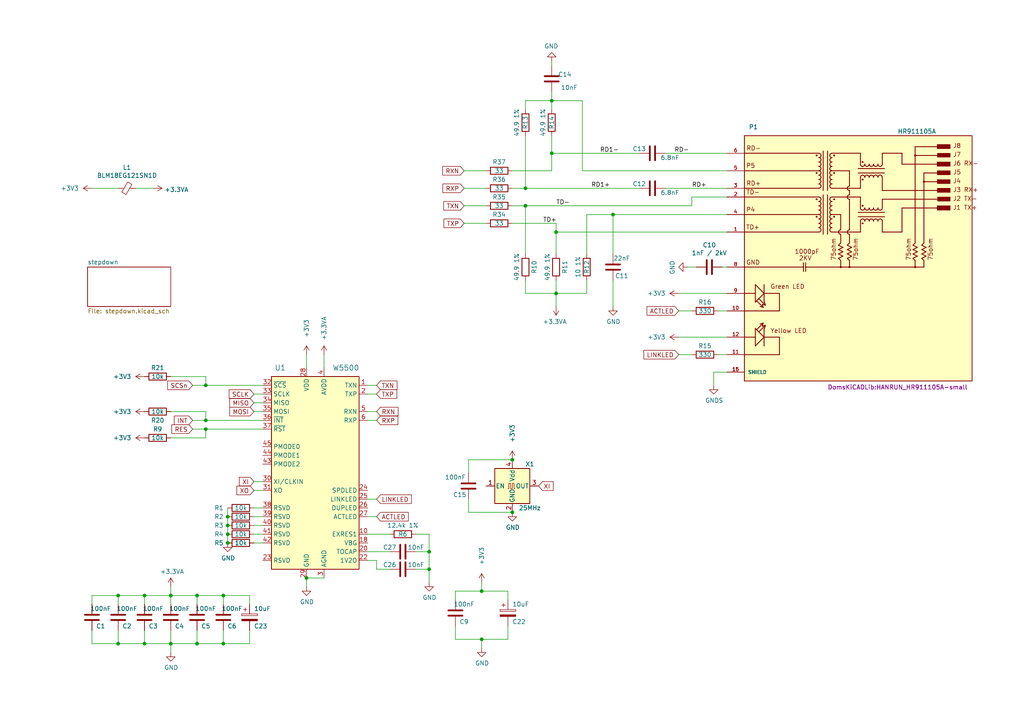
<source format=kicad_sch>
(kicad_sch (version 20231120) (generator "eeschema") (generator_version "8.0")
  (paper "A4")
  (title_block (title "REG1-IpController2040") (date "2023-11-13") (rev "V01.00") (company "OpenKNX") (comment 1 "by Ing-Dom <dom@ing-dom.de>") (comment 2 "OpenKNX Open Hardware under CC BY-NC-SA 4.0") (comment 3 "REG1-Controller with Ethernet connectivity") (comment 4 "https://OpenKNX.de"))
  (lib_symbols
    (symbol "Device:C" (pin_numbers hide) (pin_names (offset 0.254))
      (property "Reference" "C" (at 0.635 2.54 0))
      (property "Value" "C" (at 0.635 -2.54 0))
      (symbol "C_1_1"
        (pin passive line (at 0 3.81 270) (length 2.794) (name "~") (number "1"))
        (pin passive line (at 0 -3.81 90) (length 2.794) (name "~") (number "2"))
      )
    )
    (symbol "Device:C_Polarized" (pin_numbers hide) (pin_names (offset 0.254))
      (property "Reference" "C" (at 0.635 2.54 0))
      (property "Value" "C_Polarized" (at 0.635 -2.54 0))
      (symbol "C_Polarized_1_1"
        (pin passive line (at 0 3.81 270) (length 2.794) (name "~") (number "1"))
        (pin passive line (at 0 -3.81 90) (length 2.794) (name "~") (number "2"))
      )
    )
    (symbol "Device:FerriteBead_Small" (pin_numbers hide) (pin_names (offset 0))
      (property "Reference" "FB" (at 1.905 1.27 0))
      (property "Value" "FerriteBead_Small" (at 1.905 -1.27 0))
      (symbol "FerriteBead_Small_1_1"
        (pin passive line (at 0 2.54 270) (length 1.27) (name "~") (number "1"))
        (pin passive line (at 0 -2.54 90) (length 1.27) (name "~") (number "2"))
      )
    )
    (symbol "Device:R" (pin_numbers hide) (pin_names (offset 0))
      (property "Reference" "R" (at 2.032 0 90))
      (property "Value" "R" (at 0 0 90))
      (symbol "R_1_1"
        (pin passive line (at 0 3.81 270) (length 1.27) (name "~") (number "1"))
        (pin passive line (at 0 -3.81 90) (length 1.27) (name "~") (number "2"))
      )
    )
    (symbol "DomsKiCADLib:HR911105A" (pin_names (offset 1.016))
      (property "Reference" "J" (at -33.1724 36.2458 0))
      (property "Value" "HR911105A" (at -33.1216 -38.227 0))
      (symbol "HR911105A_0_0"
        (text "1000pF" (at -18.4912 1.2446 0) (effects (font (size 1.27 1.27)) (justify left bottom)))
        (text "2KV" (at -17.2212 -0.6604 0) (effects (font (size 1.27 1.27)) (justify left bottom)))
        (text "75ohm" (at -6.4008 -0.6604 900) (effects (font (size 1.27 1.27)) (justify left bottom)))
        (text "75ohm" (at 0 -0.6604 900) (effects (font (size 1.27 1.27)) (justify left bottom)))
        (text "75ohm" (at 15.3416 -0.6604 900) (effects (font (size 1.27 1.27)) (justify left bottom)))
        (text "75ohm" (at 21.6916 -0.6604 900) (effects (font (size 1.27 1.27)) (justify left bottom)))
        (text "GND" (at -32.5374 -1.905 0) (effects (font (size 1.27 1.27)) (justify left bottom)))
        (text "Green LED" (at -25.5016 -8.9154 0) (effects (font (size 1.27 1.27)) (justify left bottom)))
        (text "J1 TX+" (at 27.432 13.9954 0) (effects (font (size 1.27 1.27)) (justify left bottom)))
        (text "J2 TX-" (at 27.4574 16.5862 0) (effects (font (size 1.27 1.27)) (justify left bottom)))
        (text "J3 RX+" (at 27.4574 19.1516 0) (effects (font (size 1.27 1.27)) (justify left bottom)))
        (text "J4" (at 27.4574 21.717 0) (effects (font (size 1.27 1.27)) (justify left bottom)))
        (text "J5" (at 27.4828 24.257 0) (effects (font (size 1.27 1.27)) (justify left bottom)))
        (text "J6 RX-" (at 27.4574 26.8224 0) (effects (font (size 1.27 1.27)) (justify left bottom)))
        (text "J7" (at 27.4574 29.3624 0) (effects (font (size 1.27 1.27)) (justify left bottom)))
        (text "J8" (at 27.4574 31.9278 0) (effects (font (size 1.27 1.27)) (justify left bottom)))
        (text "P4" (at -32.5374 13.4112 0) (effects (font (size 1.27 1.27)) (justify left bottom)))
        (text "P5" (at -32.5374 26.162 0) (effects (font (size 1.27 1.27)) (justify left bottom)))
        (text "RD+" (at -32.4866 21.0312 0) (effects (font (size 1.27 1.27)) (justify left bottom)))
        (text "RD-" (at -32.4866 31.2166 0) (effects (font (size 1.27 1.27)) (justify left bottom)))
        (text "TD+" (at -32.5628 8.3058 0) (effects (font (size 1.27 1.27)) (justify left bottom)))
        (text "TD-" (at -32.512 18.4912 0) (effects (font (size 1.27 1.27)) (justify left bottom)))
        (text "Yellow LED" (at -25.527 -21.717 0) (effects (font (size 1.27 1.27)) (justify left bottom)))
        (pin passive line (at -38.1 7.62 0) (length 5.08) (name "~") (number "1"))
        (pin passive line (at -38.1 -15.24 0) (length 5.08) (name "~") (number "10"))
        (pin passive line (at -38.1 -27.94 0) (length 5.08) (name "~") (number "11"))
        (pin passive line (at -38.1 -22.86 0) (length 5.08) (name "~") (number "12"))
        (pin passive line (at -38.1 -33.02 0) (length 5.08) (name "SHIELD") (number "15"))
        (pin passive line (at -38.1 -33.02 0) (length 5.08) (name "SHIELD") (number "16"))
        (pin passive line (at -38.1 17.78 0) (length 5.08) (name "~") (number "2"))
        (pin passive line (at -38.1 20.32 0) (length 5.08) (name "~") (number "3"))
        (pin passive line (at -38.1 12.7 0) (length 5.08) (name "~") (number "4"))
        (pin passive line (at -38.1 25.4 0) (length 5.08) (name "~") (number "5"))
        (pin passive line (at -38.1 30.48 0) (length 5.08) (name "~") (number "6"))
        (pin power_in line (at -38.1 -2.54 0) (length 5.08) (name "~") (number "8"))
        (pin passive line (at -38.1 -10.16 0) (length 5.08) (name "~") (number "9"))
      )
    )
    (symbol "Interface_Ethernet:W5500"
      (property "Reference" "U" (at -11.43 29.21 0))
      (property "Value" "W5500" (at 8.89 29.21 0))
      (symbol "W5500_1_1"
        (pin output line (at 15.24 25.4 180) (length 2.54) (name "TXN") (number "1"))
        (pin passive line (at 15.24 -17.78 180) (length 2.54) (name "EXRES1") (number "10"))
        (pin passive line (at 2.54 30.48 270) (length 2.54) hide (name "AVDD") (number "11"))
        (pin no_connect line (at 12.7 7.62 180) (length 2.54) hide (name "NC") (number "12"))
        (pin no_connect line (at 12.7 5.08 180) (length 2.54) hide (name "NC") (number "13"))
        (pin passive line (at 2.54 -30.48 90) (length 2.54) hide (name "AGND") (number "14"))
        (pin passive line (at 2.54 30.48 270) (length 2.54) hide (name "AVDD") (number "15"))
        (pin passive line (at 2.54 -30.48 90) (length 2.54) hide (name "AGND") (number "16"))
        (pin passive line (at 2.54 30.48 270) (length 2.54) hide (name "AVDD") (number "17"))
        (pin passive line (at 15.24 -20.32 180) (length 2.54) (name "VBG") (number "18"))
        (pin passive line (at 2.54 -30.48 90) (length 2.54) hide (name "AGND") (number "19"))
        (pin output line (at 15.24 22.86 180) (length 2.54) (name "TXP") (number "2"))
        (pin passive line (at 15.24 -22.86 180) (length 2.54) (name "TOCAP") (number "20"))
        (pin passive line (at 2.54 30.48 270) (length 2.54) hide (name "AVDD") (number "21"))
        (pin output line (at 15.24 -25.4 180) (length 2.54) (name "1V2O") (number "22"))
        (pin input line (at -15.24 -25.4 0) (length 2.54) (name "RSVD") (number "23"))
        (pin output line (at 15.24 -5.08 180) (length 2.54) (name "SPDLED") (number "24"))
        (pin output line (at 15.24 -7.62 180) (length 2.54) (name "LINKLED") (number "25"))
        (pin output line (at 15.24 -10.16 180) (length 2.54) (name "DUPLED") (number "26"))
        (pin output line (at 15.24 -12.7 180) (length 2.54) (name "ACTLED") (number "27"))
        (pin power_in line (at -2.54 30.48 270) (length 2.54) (name "VDD") (number "28"))
        (pin power_in line (at -2.54 -30.48 90) (length 2.54) (name "GND") (number "29"))
        (pin power_in line (at 2.54 -30.48 90) (length 2.54) (name "AGND") (number "3"))
        (pin input line (at -15.24 -2.54 0) (length 2.54) (name "XI/CLKIN") (number "30"))
        (pin output line (at -15.24 -5.08 0) (length 2.54) (name "XO") (number "31"))
        (pin input line (at -15.24 25.4 0) (length 2.54) (name "~{SCS}") (number "32"))
        (pin input line (at -15.24 22.86 0) (length 2.54) (name "SCLK") (number "33"))
        (pin output line (at -15.24 20.32 0) (length 2.54) (name "MISO") (number "34"))
        (pin input line (at -15.24 17.78 0) (length 2.54) (name "MOSI") (number "35"))
        (pin input line (at -15.24 15.24 0) (length 2.54) (name "~{INT}") (number "36"))
        (pin input line (at -15.24 12.7 0) (length 2.54) (name "~{RST}") (number "37"))
        (pin input line (at -15.24 -10.16 0) (length 2.54) (name "RSVD") (number "38"))
        (pin input line (at -15.24 -12.7 0) (length 2.54) (name "RSVD") (number "39"))
        (pin power_in line (at 2.54 30.48 270) (length 2.54) (name "AVDD") (number "4"))
        (pin input line (at -15.24 -15.24 0) (length 2.54) (name "RSVD") (number "40"))
        (pin input line (at -15.24 -17.78 0) (length 2.54) (name "RSVD") (number "41"))
        (pin input line (at -15.24 -20.32 0) (length 2.54) (name "RSVD") (number "42"))
        (pin input line (at -15.24 2.54 0) (length 2.54) (name "PMODE2") (number "43"))
        (pin input line (at -15.24 5.08 0) (length 2.54) (name "PMODE1") (number "44"))
        (pin input line (at -15.24 7.62 0) (length 2.54) (name "PMODE0") (number "45"))
        (pin no_connect line (at 12.7 2.54 180) (length 2.54) hide (name "NC") (number "46"))
        (pin no_connect line (at 12.7 0 180) (length 2.54) hide (name "NC") (number "47"))
        (pin passive line (at 2.54 -30.48 90) (length 2.54) hide (name "AGND") (number "48"))
        (pin input line (at 15.24 17.78 180) (length 2.54) (name "RXN") (number "5"))
        (pin input line (at 15.24 15.24 180) (length 2.54) (name "RXP") (number "6"))
        (pin no_connect line (at 12.7 10.16 180) (length 2.54) hide (name "DNC") (number "7"))
        (pin passive line (at 2.54 30.48 270) (length 2.54) hide (name "AVDD") (number "8"))
        (pin passive line (at 2.54 -30.48 90) (length 2.54) hide (name "AGND") (number "9"))
      )
    )
    (symbol "Oscillator:TXC-7C" (pin_names (offset 0.254))
      (property "Reference" "X" (at -5.08 6.35 0))
      (property "Value" "TXC-7C" (at 1.27 -6.35 0))
      (symbol "TXC-7C_1_1"
        (pin input line (at -7.62 0 0) (length 2.54) (name "EN") (number "1"))
        (pin power_in line (at 0 -7.62 90) (length 2.54) (name "GND") (number "2"))
        (pin output line (at 7.62 0 180) (length 2.54) (name "OUT") (number "3"))
        (pin power_in line (at 0 7.62 270) (length 2.54) (name "Vdd") (number "4"))
      )
    )
    (symbol "power:+3.3VA" (power) (pin_names (offset 0))
      (property "Value" "+3.3VA" (at 0 3.556 0))
      (symbol "+3.3VA_1_1"
        (pin power_in line (at 0 0 90) (length 0) hide (name "+3.3VA") (number "1"))
      )
    )
    (symbol "power:+3V3" (power) (pin_names (offset 0))
      (property "Value" "+3V3" (at 0 3.556 0))
      (symbol "+3V3_1_1"
        (pin power_in line (at 0 0 90) (length 0) hide (name "+3V3") (number "1"))
      )
    )
    (symbol "power:GND" (power) (pin_names (offset 0))
      (property "Value" "GND" (at 0 -3.81 0))
      (symbol "GND_1_1"
        (pin power_in line (at 0 0 270) (length 0) hide (name "GND") (number "1"))
      )
    )
    (symbol "power:GNDS" (power) (pin_names (offset 0))
      (property "Value" "GNDS" (at 0 -3.81 0))
      (symbol "GNDS_1_1"
        (pin power_in line (at 0 0 270) (length 0) hide (name "GNDS") (number "1"))
      )
    )
  )
  (junction (at 148.59 133.35))
  (junction (at 161.29 67.31))
  (junction (at 57.15 186.69))
  (junction (at 139.7 171.45))
  (junction (at 177.8 62.23))
  (junction (at 34.29 186.69))
  (junction (at 64.77 186.69))
  (junction (at 124.46 165.1))
  (junction (at 34.29 172.72))
  (junction (at 49.53 186.69))
  (junction (at 152.4 59.69))
  (junction (at 161.29 85.09))
  (junction (at 88.9 167.64))
  (junction (at 148.59 148.59))
  (junction (at 57.15 172.72))
  (junction (at 66.04 154.94))
  (junction (at 59.69 124.46))
  (junction (at 139.7 185.42))
  (junction (at 41.91 186.69))
  (junction (at 66.04 149.86))
  (junction (at 64.77 172.72))
  (junction (at 152.4 54.61))
  (junction (at 160.02 44.45))
  (junction (at 160.02 29.21))
  (junction (at 59.69 121.92))
  (junction (at 59.69 111.76))
  (junction (at 124.46 160.02))
  (junction (at 41.91 172.72))
  (junction (at 49.53 172.72))
  (junction (at 66.04 152.4))
  (junction (at 66.04 157.48))
  (wire (pts (xy 140.97 49.53) (xy 134.62 49.53)))
  (wire (pts (xy 148.59 54.61) (xy 152.4 54.61)))
  (wire (pts (xy 49.53 109.22) (xy 59.69 109.22)))
  (wire (pts (xy 55.88 111.76) (xy 59.69 111.76)))
  (wire (pts (xy 64.77 175.26) (xy 64.77 172.72)))
  (wire (pts (xy 64.77 186.69) (xy 72.39 186.69)))
  (wire (pts (xy 148.59 133.35) (xy 135.89 133.35)))
  (wire (pts (xy 161.29 67.31) (xy 161.29 73.66)))
  (wire (pts (xy 124.46 160.02) (xy 120.65 160.02)))
  (wire (pts (xy 210.82 77.47) (xy 209.55 77.47)))
  (wire (pts (xy 185.42 44.45) (xy 160.02 44.45)))
  (wire (pts (xy 160.02 39.37) (xy 160.02 44.45)))
  (wire (pts (xy 139.7 171.45) (xy 132.08 171.45)))
  (wire (pts (xy 139.7 185.42) (xy 139.7 187.96)))
  (wire (pts (xy 59.69 119.38) (xy 49.53 119.38)))
  (wire (pts (xy 106.68 144.78) (xy 109.22 144.78)))
  (wire (pts (xy 106.68 154.94) (xy 113.03 154.94)))
  (wire (pts (xy 147.32 185.42) (xy 147.32 181.61)))
  (wire (pts (xy 59.69 121.92) (xy 59.69 119.38)))
  (wire (pts (xy 161.29 64.77) (xy 161.29 67.31)))
  (wire (pts (xy 120.65 154.94) (xy 124.46 154.94)))
  (wire (pts (xy 210.82 90.17) (xy 208.28 90.17)))
  (wire (pts (xy 161.29 85.09) (xy 161.29 81.28)))
  (wire (pts (xy 170.18 85.09) (xy 161.29 85.09)))
  (wire (pts (xy 106.68 114.3) (xy 109.22 114.3)))
  (wire (pts (xy 124.46 165.1) (xy 124.46 168.91)))
  (wire (pts (xy 34.29 172.72) (xy 41.91 172.72)))
  (wire (pts (xy 132.08 171.45) (xy 132.08 173.99)))
  (wire (pts (xy 72.39 186.69) (xy 72.39 182.88)))
  (wire (pts (xy 73.66 152.4) (xy 76.2 152.4)))
  (wire (pts (xy 66.04 147.32) (xy 66.04 149.86)))
  (wire (pts (xy 73.66 139.7) (xy 76.2 139.7)))
  (wire (pts (xy 106.68 149.86) (xy 109.22 149.86)))
  (wire (pts (xy 57.15 172.72) (xy 64.77 172.72)))
  (wire (pts (xy 109.22 162.56) (xy 109.22 165.1)))
  (wire (pts (xy 124.46 160.02) (xy 124.46 165.1)))
  (wire (pts (xy 66.04 149.86) (xy 66.04 152.4)))
  (wire (pts (xy 135.89 148.59) (xy 148.59 148.59)))
  (wire (pts (xy 207.01 107.95) (xy 207.01 111.76)))
  (wire (pts (xy 88.9 102.87) (xy 88.9 106.68)))
  (wire (pts (xy 152.4 59.69) (xy 200.66 59.69)))
  (wire (pts (xy 135.89 144.78) (xy 135.89 148.59)))
  (wire (pts (xy 160.02 26.67) (xy 160.02 29.21)))
  (wire (pts (xy 139.7 171.45) (xy 147.32 171.45)))
  (wire (pts (xy 34.29 186.69) (xy 41.91 186.69)))
  (wire (pts (xy 160.02 29.21) (xy 160.02 31.75)))
  (wire (pts (xy 59.69 124.46) (xy 76.2 124.46)))
  (wire (pts (xy 73.66 154.94) (xy 76.2 154.94)))
  (wire (pts (xy 152.4 81.28) (xy 152.4 85.09)))
  (wire (pts (xy 73.66 116.84) (xy 76.2 116.84)))
  (wire (pts (xy 170.18 81.28) (xy 170.18 85.09)))
  (wire (pts (xy 160.02 17.78) (xy 160.02 19.05)))
  (wire (pts (xy 49.53 186.69) (xy 49.53 189.23)))
  (wire (pts (xy 73.66 142.24) (xy 76.2 142.24)))
  (wire (pts (xy 66.04 152.4) (xy 66.04 154.94)))
  (wire (pts (xy 152.4 85.09) (xy 161.29 85.09)))
  (wire (pts (xy 201.93 77.47) (xy 199.39 77.47)))
  (wire (pts (xy 134.62 54.61) (xy 140.97 54.61)))
  (wire (pts (xy 64.77 172.72) (xy 72.39 172.72)))
  (wire (pts (xy 124.46 165.1) (xy 120.65 165.1)))
  (wire (pts (xy 49.53 175.26) (xy 49.53 172.72)))
  (wire (pts (xy 26.67 175.26) (xy 26.67 172.72)))
  (wire (pts (xy 34.29 175.26) (xy 34.29 172.72)))
  (wire (pts (xy 200.66 59.69) (xy 200.66 57.15)))
  (wire (pts (xy 49.53 127) (xy 59.69 127)))
  (wire (pts (xy 39.37 54.61) (xy 44.45 54.61)))
  (wire (pts (xy 41.91 172.72) (xy 41.91 175.26)))
  (wire (pts (xy 59.69 109.22) (xy 59.69 111.76)))
  (wire (pts (xy 57.15 182.88) (xy 57.15 186.69)))
  (wire (pts (xy 59.69 121.92) (xy 76.2 121.92)))
  (wire (pts (xy 124.46 154.94) (xy 124.46 160.02)))
  (wire (pts (xy 148.59 49.53) (xy 160.02 49.53)))
  (wire (pts (xy 57.15 172.72) (xy 57.15 175.26)))
  (wire (pts (xy 93.98 102.87) (xy 93.98 106.68)))
  (wire (pts (xy 55.88 124.46) (xy 59.69 124.46)))
  (wire (pts (xy 139.7 185.42) (xy 147.32 185.42)))
  (wire (pts (xy 73.66 119.38) (xy 76.2 119.38)))
  (wire (pts (xy 34.29 182.88) (xy 34.29 186.69)))
  (wire (pts (xy 210.82 44.45) (xy 193.04 44.45)))
  (wire (pts (xy 135.89 133.35) (xy 135.89 137.16)))
  (wire (pts (xy 196.85 97.79) (xy 210.82 97.79)))
  (wire (pts (xy 152.4 29.21) (xy 160.02 29.21)))
  (wire (pts (xy 73.66 149.86) (xy 76.2 149.86)))
  (wire (pts (xy 210.82 67.31) (xy 161.29 67.31)))
  (wire (pts (xy 139.7 168.91) (xy 139.7 171.45)))
  (wire (pts (xy 152.4 31.75) (xy 152.4 29.21)))
  (wire (pts (xy 106.68 119.38) (xy 109.22 119.38)))
  (wire (pts (xy 170.18 62.23) (xy 170.18 73.66)))
  (wire (pts (xy 210.82 54.61) (xy 193.04 54.61)))
  (wire (pts (xy 106.68 160.02) (xy 113.03 160.02)))
  (wire (pts (xy 177.8 62.23) (xy 170.18 62.23)))
  (wire (pts (xy 210.82 62.23) (xy 177.8 62.23)))
  (wire (pts (xy 106.68 162.56) (xy 109.22 162.56)))
  (wire (pts (xy 26.67 182.88) (xy 26.67 186.69)))
  (wire (pts (xy 210.82 49.53) (xy 168.91 49.53)))
  (wire (pts (xy 109.22 165.1) (xy 113.03 165.1)))
  (wire (pts (xy 134.62 64.77) (xy 140.97 64.77)))
  (wire (pts (xy 200.66 57.15) (xy 210.82 57.15)))
  (wire (pts (xy 49.53 172.72) (xy 57.15 172.72)))
  (wire (pts (xy 88.9 167.64) (xy 93.98 167.64)))
  (wire (pts (xy 49.53 186.69) (xy 57.15 186.69)))
  (wire (pts (xy 147.32 171.45) (xy 147.32 173.99)))
  (wire (pts (xy 59.69 127) (xy 59.69 124.46)))
  (wire (pts (xy 106.68 111.76) (xy 109.22 111.76)))
  (wire (pts (xy 64.77 182.88) (xy 64.77 186.69)))
  (wire (pts (xy 106.68 121.92) (xy 109.22 121.92)))
  (wire (pts (xy 161.29 85.09) (xy 161.29 88.9)))
  (wire (pts (xy 140.97 59.69) (xy 134.62 59.69)))
  (wire (pts (xy 196.85 85.09) (xy 210.82 85.09)))
  (wire (pts (xy 152.4 54.61) (xy 185.42 54.61)))
  (wire (pts (xy 148.59 64.77) (xy 161.29 64.77)))
  (wire (pts (xy 200.66 90.17) (xy 196.85 90.17)))
  (wire (pts (xy 26.67 172.72) (xy 34.29 172.72)))
  (wire (pts (xy 210.82 102.87) (xy 208.28 102.87)))
  (wire (pts (xy 49.53 182.88) (xy 49.53 186.69)))
  (wire (pts (xy 72.39 172.72) (xy 72.39 175.26)))
  (wire (pts (xy 73.66 114.3) (xy 76.2 114.3)))
  (wire (pts (xy 88.9 167.64) (xy 88.9 170.18)))
  (wire (pts (xy 160.02 44.45) (xy 160.02 49.53)))
  (wire (pts (xy 168.91 49.53) (xy 168.91 29.21)))
  (wire (pts (xy 73.66 147.32) (xy 76.2 147.32)))
  (wire (pts (xy 49.53 170.18) (xy 49.53 172.72)))
  (wire (pts (xy 73.66 157.48) (xy 76.2 157.48)))
  (wire (pts (xy 132.08 185.42) (xy 139.7 185.42)))
  (wire (pts (xy 26.67 186.69) (xy 34.29 186.69)))
  (wire (pts (xy 41.91 182.88) (xy 41.91 186.69)))
  (wire (pts (xy 168.91 29.21) (xy 160.02 29.21)))
  (wire (pts (xy 34.29 54.61) (xy 26.67 54.61)))
  (wire (pts (xy 132.08 181.61) (xy 132.08 185.42)))
  (wire (pts (xy 57.15 186.69) (xy 64.77 186.69)))
  (wire (pts (xy 41.91 172.72) (xy 49.53 172.72)))
  (wire (pts (xy 210.82 107.95) (xy 207.01 107.95)))
  (wire (pts (xy 152.4 39.37) (xy 152.4 54.61)))
  (wire (pts (xy 41.91 186.69) (xy 49.53 186.69)))
  (wire (pts (xy 177.8 81.28) (xy 177.8 88.9)))
  (wire (pts (xy 55.88 121.92) (xy 59.69 121.92)))
  (wire (pts (xy 66.04 154.94) (xy 66.04 157.48)))
  (wire (pts (xy 177.8 62.23) (xy 177.8 73.66)))
  (wire (pts (xy 148.59 59.69) (xy 152.4 59.69)))
  (wire (pts (xy 152.4 73.66) (xy 152.4 59.69)))
  (wire (pts (xy 59.69 111.76) (xy 76.2 111.76)))
  (wire (pts (xy 200.66 102.87) (xy 196.85 102.87)))
  (label "TD-" (at 161.29 59.69 0))
  (label "RD-" (at 195.58 44.45 0))
  (label "RD+" (at 200.66 54.61 0))
  (label "RD1-" (at 173.99 44.45 0))
  (label "TD+" (at 157.48 64.77 0))
  (label "RD1+" (at 171.45 54.61 0))
  (global_label "RXP" (shape input) (at 109.22 121.92 0) (property "Intersheetrefs" "${INTERSHEET_REFS}" (effects (hide yes))))
  (global_label "INT" (shape input) (at 55.88 121.92 180) (property "Intersheetrefs" "${INTERSHEET_REFS}" (effects (hide yes))))
  (global_label "LINKLED" (shape input) (at 196.85 102.87 180) (property "Intersheetrefs" "${INTERSHEET_REFS}" (effects (hide yes))))
  (global_label "LINKLED" (shape input) (at 109.22 144.78 0) (property "Intersheetrefs" "${INTERSHEET_REFS}" (effects (hide yes))))
  (global_label "XO" (shape input) (at 73.66 142.24 180) (property "Intersheetrefs" "${INTERSHEET_REFS}" (effects (hide yes))))
  (global_label "RXP" (shape input) (at 134.62 54.61 180) (property "Intersheetrefs" "${INTERSHEET_REFS}" (effects (hide yes))))
  (global_label "XI" (shape input) (at 156.21 140.97 0) (property "Intersheetrefs" "${INTERSHEET_REFS}" (effects (hide yes))))
  (global_label "RES" (shape input) (at 55.88 124.46 180) (property "Intersheetrefs" "${INTERSHEET_REFS}" (effects (hide yes))))
  (global_label "ACTLED" (shape input) (at 196.85 90.17 180) (property "Intersheetrefs" "${INTERSHEET_REFS}" (effects (hide yes))))
  (global_label "SCLK" (shape input) (at 73.66 114.3 180) (property "Intersheetrefs" "${INTERSHEET_REFS}" (effects (hide yes))))
  (global_label "RXN" (shape input) (at 109.22 119.38 0) (property "Intersheetrefs" "${INTERSHEET_REFS}" (effects (hide yes))))
  (global_label "SCSn" (shape input) (at 55.88 111.76 180) (property "Intersheetrefs" "${INTERSHEET_REFS}" (effects (hide yes))))
  (global_label "XI" (shape input) (at 73.66 139.7 180) (property "Intersheetrefs" "${INTERSHEET_REFS}" (effects (hide yes))))
  (global_label "TXP" (shape input) (at 134.62 64.77 180) (property "Intersheetrefs" "${INTERSHEET_REFS}" (effects (hide yes))))
  (global_label "TXN" (shape input) (at 109.22 111.76 0) (property "Intersheetrefs" "${INTERSHEET_REFS}" (effects (hide yes))))
  (global_label "MOSI" (shape input) (at 73.66 119.38 180) (property "Intersheetrefs" "${INTERSHEET_REFS}" (effects (hide yes))))
  (global_label "ACTLED" (shape input) (at 109.22 149.86 0) (property "Intersheetrefs" "${INTERSHEET_REFS}" (effects (hide yes))))
  (global_label "RXN" (shape input) (at 134.62 49.53 180) (property "Intersheetrefs" "${INTERSHEET_REFS}" (effects (hide yes))))
  (global_label "MISO" (shape input) (at 73.66 116.84 180) (property "Intersheetrefs" "${INTERSHEET_REFS}" (effects (hide yes))))
  (global_label "TXP" (shape input) (at 109.22 114.3 0) (property "Intersheetrefs" "${INTERSHEET_REFS}" (effects (hide yes))))
  (global_label "TXN" (shape input) (at 134.62 59.69 180) (property "Intersheetrefs" "${INTERSHEET_REFS}" (effects (hide yes))))
  (symbol (lib_id "DomsKiCADLib:HR911105A") (at 248.92 74.93 0) (unit 1)
    (property "Reference" "P1" (at 217.17 36.83 0) (effects (justify left)))
    (property "Value" "HR911105A" (at 260.35 38.1 0) (effects (justify left)))
    (property "Footprint" "DomsKiCADLib:HANRUN_HR911105A-small" (at 240.03 113.03 0) (effects (justify left bottom)))
    (property "AVAILABILITY" "Unavailable" (effects (hide yes)))
    (property "MF" "HanRun" (effects (hide yes)))
    (property "PRICE" "None" (effects (hide yes)))
    (property "DESCRIPTION" "DIP RJ45 Connector;" (effects (hide yes)))
    (property "PACKAGE" "None" (effects (hide yes)))
    (property "MP" "HR911105A" (effects (hide yes)))
    (property "PARTREV" "A" (effects (hide yes)))
    (property "STANDARD" "Manufacturer Recommendation" (effects (hide yes)))
  )
  (symbol (lib_id "Interface_Ethernet:W5500") (at 91.44 137.16 0) (unit 1)
    (property "Reference" "U1" (at 81.28 106.68 0) (effects (font (size 1.524 1.524))))
    (property "Value" "W5500" (at 100.33 106.68 0) (effects (font (size 1.524 1.524))))
    (property "Footprint" "Package_QFP:LQFP-48_7x7mm_P0.5mm" (effects (hide yes)))
    (property "Datasheet" "http://wizwiki.net/wiki/lib/exe/fetch.php/products:w5500:w5500_ds_v109e.pdf" (effects (hide yes)))
    (property "Description" "IC CTLR 3-1 ETH TCP/IP 48LQFP" (effects (hide yes)))
    (property "Digi-Key_PN" "1278-1021-ND" (effects (hide yes)))
    (property "MPN" "W5500" (effects (hide yes)))
    (property "Category" "Integrated Circuits (ICs)" (effects (hide yes)))
    (property "Family" "Interface - Controllers" (effects (hide yes)))
    (property "DK_Datasheet_Link" "http://wizwiki.net/wiki/lib/exe/fetch.php?media=products:w5500:w5500_ds_v108e.pdf" (effects (hide yes)))
    (property "DK_Detail_Page" "/product-detail/en/wiznet/W5500/1278-1021-ND/4425702" (effects (hide yes)))
    (property "Manufacturer" "WIZnet" (effects (hide yes)))
    (property "Status" "Active" (effects (hide yes)))
  )
  (symbol (lib_id "Device:FerriteBead_Small") (at 36.83 54.61 90) (unit 1)
    (property "Reference" "L1" (at 36.83 48.5902 90))
    (property "Value" "BLM18EG121SN1D" (at 36.83 50.9016 90))
    (property "Footprint" "Inductor_SMD:L_0603_1608Metric" (effects (hide yes)))
  )
  (symbol (lib_id "power:+3.3VA") (at 44.45 54.61 270) (unit 1)
    (property "Reference" "#PWR0121" (effects (hide yes)))
    (property "Value" "+3.3VA" (at 47.7012 54.991 90) (effects (justify left)))
  )
  (symbol (lib_id "Device:R") (at 204.47 102.87 270) (unit 1)
    (property "Reference" "R15" (at 204.47 100.33 90))
    (property "Value" "330" (at 204.47 102.87 90))
    (property "Footprint" "Resistor_SMD:R_0402_1005Metric" (effects (hide yes)))
  )
  (symbol (lib_id "Device:R") (at 204.47 90.17 270) (unit 1)
    (property "Reference" "R16" (at 204.47 87.63 90))
    (property "Value" "330" (at 204.47 90.17 90))
    (property "Footprint" "Resistor_SMD:R_0402_1005Metric" (effects (hide yes)))
  )
  (symbol (lib_id "power:GNDS") (at 207.01 111.76 0) (unit 1)
    (property "Reference" "#PWR0125" (effects (hide yes)))
    (property "Value" "GNDS" (at 207.137 116.1542 0))
  )
  (symbol (lib_id "Device:C") (at 26.67 179.07 0) (unit 1)
    (property "Reference" "C1" (at 29.21 181.61 0))
    (property "Value" "100nF" (at 29.21 176.53 0))
    (property "Footprint" "Capacitor_SMD:C_0402_1005Metric" (effects (hide yes)))
  )
  (symbol (lib_id "Device:C") (at 34.29 179.07 0) (unit 1)
    (property "Reference" "C2" (at 36.83 181.61 0))
    (property "Value" "100nF" (at 36.83 176.53 0))
    (property "Footprint" "Capacitor_SMD:C_0402_1005Metric" (effects (hide yes)))
  )
  (symbol (lib_id "Device:C") (at 41.91 179.07 0) (unit 1)
    (property "Reference" "C3" (at 44.45 181.61 0))
    (property "Value" "100nF" (at 44.45 176.53 0))
    (property "Footprint" "Capacitor_SMD:C_0402_1005Metric" (effects (hide yes)))
  )
  (symbol (lib_id "Device:C") (at 49.53 179.07 0) (unit 1)
    (property "Reference" "C4" (at 52.07 181.61 0))
    (property "Value" "100nF" (at 52.07 176.53 0))
    (property "Footprint" "Capacitor_SMD:C_0402_1005Metric" (effects (hide yes)))
  )
  (symbol (lib_id "Device:C") (at 57.15 179.07 0) (unit 1)
    (property "Reference" "C5" (at 59.69 181.61 0))
    (property "Value" "100nF" (at 59.69 176.53 0))
    (property "Footprint" "Capacitor_SMD:C_0402_1005Metric" (effects (hide yes)))
  )
  (symbol (lib_id "Device:C") (at 64.77 179.07 0) (unit 1)
    (property "Reference" "C6" (at 67.31 181.61 0))
    (property "Value" "100nF" (at 67.31 176.53 0))
    (property "Footprint" "Capacitor_SMD:C_0402_1005Metric" (effects (hide yes)))
  )
  (symbol (lib_id "Device:C_Polarized") (at 72.39 179.07 0) (unit 1)
    (property "Reference" "C23" (at 73.66 181.61 0) (effects (justify left)))
    (property "Value" "10uF" (at 73.66 176.53 0) (effects (justify left)))
    (property "Footprint" "Capacitor_Tantalum_SMD:CP_EIA-3216-18_Kemet-A" (effects (hide yes)))
  )
  (symbol (lib_id "Device:R") (at 69.85 147.32 270) (unit 1)
    (property "Reference" "R1" (at 63.5 147.32 90))
    (property "Value" "10k" (at 69.85 147.32 90))
    (property "Footprint" "Resistor_SMD:R_0402_1005Metric" (effects (hide yes)))
  )
  (symbol (lib_id "power:GND") (at 66.04 157.48 0) (unit 1)
    (property "Reference" "#PWR0127" (effects (hide yes)))
    (property "Value" "GND" (at 66.167 161.8742 0))
  )
  (symbol (lib_id "Device:R") (at 69.85 149.86 270) (unit 1)
    (property "Reference" "R2" (at 63.5 149.86 90))
    (property "Value" "10k" (at 69.85 149.86 90))
    (property "Footprint" "Resistor_SMD:R_0402_1005Metric" (effects (hide yes)))
  )
  (symbol (lib_id "Device:R") (at 69.85 152.4 270) (unit 1)
    (property "Reference" "R3" (at 63.5 152.4 90))
    (property "Value" "10k" (at 69.85 152.4 90))
    (property "Footprint" "Resistor_SMD:R_0402_1005Metric" (effects (hide yes)))
  )
  (symbol (lib_id "Device:R") (at 69.85 154.94 270) (unit 1)
    (property "Reference" "R4" (at 63.5 154.94 90))
    (property "Value" "10k" (at 69.85 154.94 90))
    (property "Footprint" "Resistor_SMD:R_0402_1005Metric" (effects (hide yes)))
  )
  (symbol (lib_id "Device:R") (at 69.85 157.48 270) (unit 1)
    (property "Reference" "R5" (at 63.5 157.48 90))
    (property "Value" "10k" (at 69.85 157.48 90))
    (property "Footprint" "Resistor_SMD:R_0402_1005Metric" (effects (hide yes)))
  )
  (symbol (lib_id "Device:R") (at 45.72 127 270) (unit 1)
    (property "Reference" "R9" (at 45.72 124.46 90))
    (property "Value" "10k" (at 45.72 127 90))
    (property "Footprint" "Resistor_SMD:R_0402_1005Metric" (effects (hide yes)))
  )
  (symbol (lib_id "power:+3.3VA") (at 93.98 102.87 0) (unit 1)
    (property "Reference" "#PWR0130" (effects (hide yes)))
    (property "Value" "+3.3VA" (at 93.98 95.25 90))
  )
  (symbol (lib_id "power:+3.3VA") (at 49.53 170.18 0) (unit 1)
    (property "Reference" "#PWR0133" (effects (hide yes)))
    (property "Value" "+3.3VA" (at 49.911 165.7858 0))
  )
  (symbol (lib_id "Device:R") (at 144.78 64.77 270) (unit 1)
    (property "Reference" "R34" (at 144.78 62.23 90))
    (property "Value" "33" (at 144.78 64.77 90))
    (property "Footprint" "Resistor_SMD:R_0402_1005Metric" (effects (hide yes)))
  )
  (symbol (lib_id "Device:R") (at 144.78 59.69 270) (unit 1)
    (property "Reference" "R35" (at 144.78 57.15 90))
    (property "Value" "33" (at 144.78 59.69 90))
    (property "Footprint" "Resistor_SMD:R_0402_1005Metric" (effects (hide yes)))
  )
  (symbol (lib_id "Device:R") (at 144.78 54.61 270) (unit 1)
    (property "Reference" "R36" (at 144.78 52.07 90))
    (property "Value" "33" (at 144.78 54.61 90))
    (property "Footprint" "Resistor_SMD:R_0402_1005Metric" (effects (hide yes)))
  )
  (symbol (lib_id "Device:R") (at 144.78 49.53 270) (unit 1)
    (property "Reference" "R37" (at 144.78 46.99 90))
    (property "Value" "33" (at 144.78 49.53 90))
    (property "Footprint" "Resistor_SMD:R_0402_1005Metric" (effects (hide yes)))
  )
  (symbol (lib_id "Device:C") (at 189.23 54.61 270) (unit 1)
    (property "Reference" "C12" (at 185.42 53.34 90))
    (property "Value" "6.8nF" (at 194.31 55.88 90))
    (property "Footprint" "Capacitor_SMD:C_0402_1005Metric" (effects (hide yes)))
  )
  (symbol (lib_id "Device:C") (at 189.23 44.45 270) (unit 1)
    (property "Reference" "C13" (at 185.42 43.18 90))
    (property "Value" "6.8nF" (at 194.31 45.72 90))
    (property "Footprint" "Capacitor_SMD:C_0402_1005Metric" (effects (hide yes)))
  )
  (symbol (lib_id "power:GND") (at 49.53 189.23 0) (unit 1)
    (property "Reference" "#PWR0139" (effects (hide yes)))
    (property "Value" "GND" (at 49.657 193.6242 0))
  )
  (symbol (lib_id "power:GND") (at 88.9 170.18 0) (unit 1)
    (property "Reference" "#PWR0141" (effects (hide yes)))
    (property "Value" "GND" (at 89.027 174.5742 0))
  )
  (symbol (lib_id "power:GND") (at 177.8 88.9 0) (unit 1)
    (property "Reference" "#PWR0142" (effects (hide yes)))
    (property "Value" "GND" (at 177.927 93.2942 0))
  )
  (symbol (lib_id "Device:R") (at 116.84 154.94 90) (unit 1)
    (property "Reference" "R6" (at 116.84 154.94 90))
    (property "Value" "12.4k 1%" (at 116.84 152.4 90))
    (property "Footprint" "Resistor_SMD:R_0402_1005Metric" (effects (hide yes)))
  )
  (symbol (lib_id "Device:C") (at 116.84 165.1 270) (unit 1)
    (property "Reference" "C26" (at 113.03 163.83 90))
    (property "Value" "10nF" (at 120.65 163.83 90))
    (property "Footprint" "Capacitor_SMD:C_0402_1005Metric" (effects (hide yes)))
  )
  (symbol (lib_id "Device:C") (at 116.84 160.02 90) (unit 1)
    (property "Reference" "C27" (at 113.03 158.75 90))
    (property "Value" "10nF" (at 120.65 158.75 90))
    (property "Footprint" "Capacitor_SMD:C_0402_1005Metric" (effects (hide yes)))
  )
  (symbol (lib_id "Device:R") (at 160.02 35.56 180) (unit 1)
    (property "Reference" "R14" (at 160.02 35.56 90))
    (property "Value" "49.9 1%" (at 157.48 35.56 90))
    (property "Footprint" "Resistor_SMD:R_0402_1005Metric" (effects (hide yes)))
  )
  (symbol (lib_id "Device:R") (at 152.4 35.56 180) (unit 1)
    (property "Reference" "R13" (at 152.4 35.56 90))
    (property "Value" "49.9 1%" (at 149.86 35.56 90))
    (property "Footprint" "Resistor_SMD:R_0402_1005Metric" (effects (hide yes)))
  )
  (symbol (lib_id "Device:R") (at 152.4 77.47 180) (unit 1)
    (property "Reference" "R10" (at 154.94 77.47 90))
    (property "Value" "49.9 1%" (at 149.86 77.47 90))
    (property "Footprint" "Resistor_SMD:R_0402_1005Metric" (effects (hide yes)))
  )
  (symbol (lib_id "Device:R") (at 161.29 77.47 180) (unit 1)
    (property "Reference" "R11" (at 163.83 77.47 90))
    (property "Value" "49.9 1%" (at 158.75 77.47 90))
    (property "Footprint" "Resistor_SMD:R_0402_1005Metric" (effects (hide yes)))
  )
  (symbol (lib_id "Device:C") (at 160.02 22.86 180) (unit 1)
    (property "Reference" "C14" (at 163.83 21.59 0))
    (property "Value" "10nF" (at 165.1 25.4 0))
    (property "Footprint" "Capacitor_SMD:C_0402_1005Metric" (effects (hide yes)))
  )
  (symbol (lib_id "power:GND") (at 160.02 17.78 180) (unit 1)
    (property "Reference" "#PWR0131" (effects (hide yes)))
    (property "Value" "GND" (at 159.893 13.3858 0))
  )
  (symbol (lib_id "power:+3.3VA") (at 161.29 88.9 180) (unit 1)
    (property "Reference" "#PWR0132" (effects (hide yes)))
    (property "Value" "+3.3VA" (at 160.909 93.2942 0))
  )
  (symbol (lib_id "Device:R") (at 170.18 77.47 180) (unit 1)
    (property "Reference" "R12" (at 170.18 77.47 90))
    (property "Value" "10 1%" (at 167.64 77.47 90))
    (property "Footprint" "Resistor_SMD:R_0402_1005Metric" (effects (hide yes)))
  )
  (symbol (lib_id "Device:C") (at 177.8 77.47 0) (unit 1)
    (property "Reference" "C11" (at 180.34 80.01 0))
    (property "Value" "22nF" (at 180.34 74.93 0))
    (property "Footprint" "Capacitor_SMD:C_0402_1005Metric" (effects (hide yes)))
  )
  (symbol (lib_id "power:GND") (at 199.39 77.47 270) (unit 1)
    (property "Reference" "#PWR0144" (effects (hide yes)))
    (property "Value" "GND" (at 194.9958 77.597 0))
  )
  (symbol (lib_id "power:GND") (at 139.7 187.96 0) (unit 1)
    (property "Reference" "#PWR0145" (effects (hide yes)))
    (property "Value" "GND" (at 139.827 192.3542 0))
  )
  (symbol (lib_id "Device:R") (at 45.72 119.38 90) (unit 1)
    (property "Reference" "R20" (at 45.72 121.92 90))
    (property "Value" "10k" (at 45.72 119.38 90))
    (property "Footprint" "Resistor_SMD:R_0402_1005Metric" (effects (hide yes)))
  )
  (symbol (lib_id "Device:R") (at 45.72 109.22 90) (unit 1)
    (property "Reference" "R21" (at 45.72 106.68 90))
    (property "Value" "10k" (at 45.72 109.22 90))
    (property "Footprint" "Resistor_SMD:R_0402_1005Metric" (effects (hide yes)))
  )
  (symbol (lib_id "Device:C_Polarized") (at 147.32 177.8 0) (unit 1)
    (property "Reference" "C22" (at 148.59 180.34 0) (effects (justify left)))
    (property "Value" "10uF" (at 148.59 175.26 0) (effects (justify left)))
    (property "Footprint" "Capacitor_Tantalum_SMD:CP_EIA-3216-18_Kemet-A" (effects (hide yes)))
  )
  (symbol (lib_id "Device:C") (at 132.08 177.8 0) (unit 1)
    (property "Reference" "C9" (at 134.62 180.34 0))
    (property "Value" "100nF" (at 134.62 175.26 0))
    (property "Footprint" "Capacitor_SMD:C_0402_1005Metric" (effects (hide yes)))
  )
  (symbol (lib_id "Device:C") (at 205.74 77.47 270) (unit 1)
    (property "Reference" "C10" (at 205.74 71.0692 90))
    (property "Value" "1nF / 2kV" (at 205.74 73.3806 90))
    (property "Footprint" "Capacitor_SMD:C_1206_3216Metric" (effects (hide yes)))
  )
  (symbol (lib_id "power:+3V3") (at 196.85 85.09 90) (unit 1)
    (property "Reference" "#PWR012" (effects (hide yes)))
    (property "Value" "+3V3" (at 193.04 85.09 90) (effects (justify left)))
  )
  (symbol (lib_id "Device:C") (at 135.89 140.97 0) (unit 1)
    (property "Reference" "C15" (at 133.35 143.51 0))
    (property "Value" "100nF" (at 132.08 138.43 0))
    (property "Footprint" "Capacitor_SMD:C_0402_1005Metric" (effects (hide yes)))
    (instances (project "REG1-IpController2040" (path "" (reference "C15") (unit 1))) (project "REG1-App-Eth" (path "" (reference "C7") (unit 1))))
  )
  (symbol (lib_id "power:+3V3") (at 88.9 102.87 0) (unit 1)
    (property "Reference" "#PWR017" (effects (hide yes)))
    (property "Value" "+3V3" (at 88.9 95.25 90))
  )
  (symbol (lib_id "power:+3V3") (at 196.85 97.79 90) (unit 1)
    (property "Reference" "#PWR015" (effects (hide yes)))
    (property "Value" "+3V3" (at 193.04 97.79 90) (effects (justify left)))
  )
  (symbol (lib_id "power:+3V3") (at 41.91 109.22 90) (unit 1)
    (property "Reference" "#PWR021" (effects (hide yes)))
    (property "Value" "+3V3" (at 38.1 109.22 90) (effects (justify left)))
  )
  (symbol (lib_id "power:GND") (at 148.59 148.59 0) (unit 1)
    (property "Reference" "#PWR029" (effects (hide yes)))
    (property "Value" "GND" (at 148.717 152.9842 0))
    (instances (project "REG1-IpController2040" (path "" (reference "#PWR029") (unit 1))) (project "REG1-App-Eth" (path "" (reference "#PWR011") (unit 1))))
  )
  (symbol (lib_id "power:+3V3") (at 139.7 168.91 0) (unit 1)
    (property "Reference" "#PWR020" (effects (hide yes)))
    (property "Value" "+3V3" (at 139.7 161.29 90))
  )
  (symbol (lib_id "power:GND") (at 124.46 168.91 0) (unit 1)
    (property "Reference" "#PWR01" (effects (hide yes)))
    (property "Value" "GND" (at 124.587 173.3042 0))
  )
  (symbol (lib_id "power:+3V3") (at 148.59 133.35 0) (unit 1)
    (property "Reference" "#PWR028" (effects (hide yes)))
    (property "Value" "+3V3" (at 148.59 125.73 90))
    (instances (project "REG1-IpController2040" (path "" (reference "#PWR028") (unit 1))) (project "REG1-App-Eth" (path "" (reference "#PWR07") (unit 1))))
  )
  (symbol (lib_id "power:+3V3") (at 41.91 119.38 90) (unit 1)
    (property "Reference" "#PWR022" (effects (hide yes)))
    (property "Value" "+3V3" (at 38.1 119.38 90) (effects (justify left)))
  )
  (symbol (lib_id "power:+3V3") (at 26.67 54.61 90) (unit 1)
    (property "Reference" "#PWR027" (effects (hide yes)))
    (property "Value" "+3V3" (at 22.86 54.61 90) (effects (justify left)))
  )
  (symbol (lib_id "power:+3V3") (at 41.91 127 90) (unit 1)
    (property "Reference" "#PWR023" (effects (hide yes)))
    (property "Value" "+3V3" (at 38.1 127 90) (effects (justify left)))
  )
  (symbol (lib_id "Oscillator:TXC-7C") (at 148.59 140.97 0) (unit 1)
    (property "Reference" "X1" (at 153.67 134.62 0))
    (property "Value" "25MHz" (at 153.67 147.32 0))
    (property "Footprint" "Crystal:Crystal_SMD_3225-4Pin_3.2x2.5mm" (effects (hide yes)))
  )
  (sheet (at 25.4 77.47) (size 24.13 11.43)
    (property "Sheetname" "stepdown" (at 25.4 76.7584 0) (effects (justify left bottom)))
    (property "Sheetfile" "stepdown.kicad_sch" (at 25.4 89.4846 0) (effects (justify left top)))
  )
)
</source>
